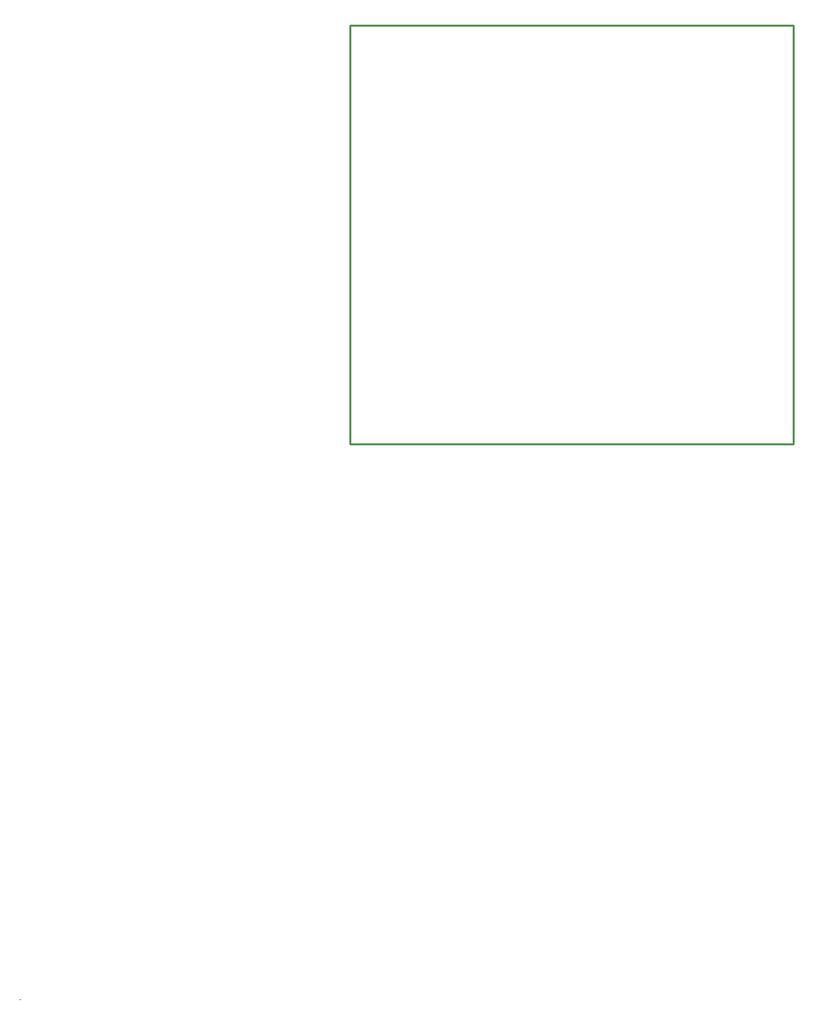
<source format=gm1>
G04*
G04 #@! TF.GenerationSoftware,Altium Limited,Altium Designer,19.1.6 (110)*
G04*
G04 Layer_Color=16711935*
%FSLAX23Y23*%
%MOIN*%
G70*
G01*
G75*
%ADD10C,0.010*%
%ADD25C,0.001*%
%ADD26C,0.001*%
D10*
X1653Y2785D02*
X3870D01*
X1653Y4879D02*
X1653Y2785D01*
X1653Y4879D02*
X3871D01*
X3870Y2785D02*
X3871Y4879D01*
D25*
X2Y8D02*
D03*
X3Y8D02*
D03*
X3Y9D02*
D03*
X2Y8D02*
D03*
D26*
X3Y9D02*
X3Y9D01*
X2Y9D02*
X2D01*
X2Y9D01*
Y9D02*
Y9D01*
X2Y9D02*
X2D01*
X2D02*
Y9D01*
X2Y9D02*
X2Y9D01*
X2Y9D02*
X2D01*
X2Y9D02*
X2Y9D01*
X2Y8D02*
Y9D01*
Y8D02*
X2Y8D01*
X2D01*
Y9D01*
X2D02*
X2D01*
X2Y9D02*
X2Y9D01*
X2Y9D02*
Y9D01*
X2Y9D01*
X2D01*
X2Y9D01*
Y9D02*
Y9D01*
X2Y9D02*
X2Y9D01*
X2Y9D02*
X2D01*
X2Y8D02*
Y9D01*
Y8D02*
X2D01*
X2Y8D01*
Y8D01*
X2D01*
Y8D02*
Y8D01*
X2Y8D02*
X2Y8D01*
X2Y8D02*
X2D01*
X2Y8D02*
Y8D01*
Y8D02*
X2Y8D01*
X2D01*
X2Y8D01*
Y9D01*
X2D02*
X2D01*
X2Y9D02*
X2Y9D01*
X2Y9D02*
Y9D01*
X2Y9D01*
X2D01*
X2Y9D01*
X2Y9D01*
X2Y9D02*
X2Y9D01*
X2Y9D02*
X2D01*
X2Y8D02*
X2Y9D01*
X2Y8D02*
X2Y8D01*
X2Y8D02*
X2Y8D01*
X2Y8D02*
X2Y8D01*
X2Y8D02*
X2D01*
X2Y8D02*
X2Y8D01*
X2Y8D02*
X2Y8D01*
X2Y8D02*
X2Y8D01*
X2Y8D02*
X2Y8D01*
X2Y8D02*
X2Y8D01*
X2Y8D02*
X2Y8D01*
X2Y8D02*
X2D01*
X2Y8D02*
Y8D01*
X2Y8D02*
X2Y8D01*
X2Y8D02*
X2Y8D01*
X2D02*
X2D01*
X2D02*
X2Y8D01*
X2D02*
X2D01*
X2Y8D02*
Y8D01*
X2Y8D02*
X2D01*
X2Y8D02*
Y8D01*
X2Y8D02*
X2D01*
X2Y8D02*
Y8D01*
Y8D02*
X2D01*
Y8D02*
Y8D01*
Y8D02*
X2D01*
Y8D01*
X2Y8D01*
X2Y8D01*
X2D01*
Y8D01*
X2D01*
X2Y8D01*
X2Y8D01*
X2Y8D01*
X2Y8D01*
X2Y8D01*
X2Y8D01*
X2Y8D02*
X2Y8D01*
X2Y8D01*
X2Y8D01*
X2Y8D01*
X2D01*
X2Y8D01*
X2Y8D01*
X2Y8D01*
X2Y8D01*
Y8D01*
X2Y8D01*
X3Y8D01*
X3Y8D01*
X3Y8D01*
X3Y8D01*
X3Y8D01*
X3Y8D01*
X3Y8D01*
X3Y8D01*
Y8D02*
Y8D01*
Y8D02*
X3Y8D01*
X3D01*
X3Y8D01*
X3Y8D01*
X3Y8D01*
X3D01*
X3Y8D01*
X3D01*
X3Y8D01*
X3Y8D01*
X3D01*
X3Y8D01*
X3D01*
Y8D02*
Y8D01*
Y8D02*
X3D01*
X3Y8D01*
X3Y8D01*
X3Y8D01*
X3Y8D01*
X3Y8D01*
X3Y8D02*
X3Y8D01*
X3Y8D01*
X3Y8D01*
X3Y8D01*
X3Y8D01*
Y8D01*
X3Y8D01*
X3Y8D01*
X3Y8D01*
X3Y8D01*
X3Y8D01*
X3D01*
X3Y8D01*
X3Y8D01*
X3Y8D01*
X3Y8D01*
Y8D01*
X3Y8D01*
X3Y8D01*
X3Y8D01*
Y8D01*
X3D02*
X3D01*
X3D02*
Y8D01*
X3D02*
X3D01*
X3D02*
Y9D01*
X3D02*
X3D01*
X3D02*
Y9D01*
X3Y9D02*
X3Y9D01*
X3Y9D02*
X3Y9D01*
X3Y9D02*
X3Y9D01*
X3Y9D02*
X3Y9D01*
X3Y9D02*
X3Y9D01*
X3Y9D02*
Y9D01*
X3D02*
X3D01*
X3Y9D02*
X3Y9D01*
X3Y9D02*
Y9D01*
X3Y9D02*
X3Y9D01*
X3Y9D02*
X3Y9D01*
X3Y9D02*
X3Y9D01*
X3Y9D02*
X3Y9D01*
X3Y9D02*
X3Y9D01*
X3Y9D02*
X3Y9D01*
X3Y9D02*
X3Y9D01*
X3Y9D02*
X3Y9D01*
X3Y9D02*
X3Y9D01*
X3Y9D02*
X3D01*
X3D02*
Y9D01*
X3D02*
X3D01*
X3D02*
Y9D01*
X3D02*
X3D01*
X3D02*
Y9D01*
X3D02*
X3D01*
X3D02*
Y9D01*
X3D02*
X3D01*
X3D02*
Y9D01*
X3D02*
X3D01*
X3D02*
Y9D01*
X3D02*
X3D01*
X3D02*
Y9D01*
X3D02*
X3D01*
X3D02*
Y9D01*
X3D02*
X3D01*
X3D02*
Y9D01*
X3D02*
X3D01*
X3Y9D02*
X3Y9D01*
X3Y9D02*
X3D01*
X3Y9D02*
X3Y9D01*
X3Y9D02*
X3Y9D01*
X3Y9D02*
Y9D01*
X3Y9D02*
X3Y9D01*
X3Y9D02*
X3Y9D01*
X3Y9D02*
X3Y9D01*
X3Y9D02*
X3Y9D01*
X3Y9D02*
X3Y9D01*
X3Y9D02*
X3Y9D01*
X3Y9D02*
X3Y9D01*
X3Y9D02*
X3Y9D01*
X3Y9D02*
X3Y9D01*
X3Y9D02*
X3Y9D01*
X3Y9D02*
X3Y9D01*
X3Y9D02*
X3Y9D01*
X2Y9D02*
X3Y9D01*
X2Y9D02*
X2Y9D01*
X2Y9D02*
X2D01*
X2Y9D02*
X2Y9D01*
X2Y9D02*
X2Y9D01*
X2Y9D02*
X2Y9D01*
X2Y9D02*
X2Y9D01*
X2Y9D02*
X2Y9D01*
X2Y9D02*
X2Y9D01*
X2Y9D02*
X2Y9D01*
X2Y9D02*
X2D01*
X2D02*
Y9D01*
X2D02*
X2D01*
X2Y9D02*
Y9D01*
X2Y9D02*
X2D01*
X2Y9D02*
X2Y9D01*
X2Y9D02*
X2D01*
X2Y9D02*
X2Y9D01*
X2Y9D02*
X2D01*
X2Y9D02*
X2Y9D01*
X2Y9D02*
X2Y9D01*
X2Y9D02*
X2D01*
X2Y9D02*
X2Y9D01*
X2Y9D02*
X2Y9D01*
X2Y9D02*
X2Y9D01*
X2Y9D02*
X2Y9D01*
X2Y9D02*
X2Y9D01*
X2Y9D02*
X2Y9D01*
X2Y9D02*
X2D01*
X2Y9D02*
X2Y9D01*
X2Y9D02*
X2D01*
X2Y9D02*
X2Y9D01*
X2Y9D02*
X2Y9D01*
X2Y9D02*
X2Y9D01*
X2Y9D02*
X2Y9D01*
X2Y9D02*
X2Y9D01*
X2Y9D02*
X2Y9D01*
X3Y8D02*
X3Y8D01*
X3Y8D02*
X3Y8D01*
X3Y8D02*
Y8D01*
X3D01*
Y8D01*
X3Y8D01*
X3Y8D01*
X3Y8D01*
X3Y8D01*
X3Y8D01*
X3Y8D01*
X3Y9D01*
X3Y9D01*
X3Y9D02*
X3Y9D01*
X3D01*
X3Y9D01*
X3Y9D02*
X3Y9D01*
X3Y9D02*
X3Y9D01*
X3Y9D02*
X3Y9D01*
X3Y8D02*
X3Y9D01*
X3Y8D02*
X3Y8D01*
X3Y8D02*
X3Y8D01*
X3Y8D02*
Y8D01*
X3Y8D02*
X3Y8D01*
X3Y8D02*
X3Y8D01*
X3Y8D02*
X3D01*
X3Y8D02*
Y8D01*
X3Y8D02*
X3D01*
X3D02*
X3Y8D01*
X3D02*
X3D01*
X3Y8D02*
Y8D01*
X3Y8D02*
X3Y8D01*
X3Y8D02*
X3D01*
X3Y8D02*
X3Y8D01*
X3Y8D02*
X3Y8D01*
X3Y8D02*
Y8D01*
X3Y8D02*
X3Y8D01*
X1Y8D02*
X1D01*
X1Y8D01*
X1D01*
X1Y8D01*
X1Y8D01*
X1Y8D01*
X1Y8D01*
Y8D01*
X1Y8D01*
X1Y8D01*
Y8D01*
X1Y8D01*
Y8D01*
X1Y8D01*
Y8D01*
X1Y8D01*
Y8D01*
X1D01*
Y8D01*
X1D01*
Y8D01*
X1D01*
Y8D01*
X1D01*
Y8D01*
X1D01*
Y8D01*
X1D01*
Y8D01*
X1D01*
Y8D01*
X1D01*
Y8D01*
X1D01*
Y8D01*
X1D01*
Y8D01*
X1D01*
Y8D01*
X1D01*
Y8D01*
X1D01*
Y8D01*
X1D01*
Y8D01*
X1D01*
Y8D02*
Y8D01*
Y8D02*
X1D01*
Y8D02*
Y8D01*
Y8D02*
X1D01*
Y8D02*
Y8D01*
Y8D02*
X1D01*
Y8D02*
Y8D01*
Y8D02*
X1Y8D01*
Y8D02*
Y8D01*
Y8D02*
X1D01*
Y8D02*
Y8D01*
Y8D02*
X1D01*
Y8D02*
Y8D01*
Y8D02*
X1D01*
X1Y8D01*
X1D01*
Y8D02*
Y8D01*
Y8D02*
X1D01*
Y8D02*
Y8D01*
Y8D02*
X1D01*
X1Y8D01*
X1D01*
Y8D02*
Y8D01*
Y8D02*
X1Y8D01*
X1Y8D01*
X1D01*
Y8D02*
Y8D01*
Y8D02*
X1D01*
X1Y8D01*
X1Y8D01*
Y8D02*
Y8D01*
Y8D02*
X2D01*
Y8D02*
Y8D01*
Y8D02*
X2D01*
Y8D01*
X2D01*
Y8D01*
X2D01*
Y8D01*
X2D01*
Y8D01*
X2Y8D02*
X2D01*
X2Y8D01*
X2D01*
Y8D01*
X2D01*
X2Y8D01*
X2Y8D01*
X2Y8D01*
X2Y8D01*
X2D01*
X2Y8D01*
X2Y8D01*
X2D01*
X2Y8D01*
X2Y8D01*
X2D01*
Y8D01*
X2Y8D02*
X2Y8D01*
X2Y8D02*
X2Y8D01*
X2Y8D02*
Y8D01*
X2D02*
X2D01*
X1Y8D02*
X2Y8D01*
X1Y8D02*
Y9D01*
X1D02*
X1D01*
X1Y9D02*
X1Y9D01*
X1Y9D02*
X1Y9D01*
X1Y9D02*
X1D01*
X1Y9D02*
X1Y9D01*
X1Y9D02*
X1D01*
X1Y9D02*
X1Y9D01*
X1Y9D02*
X1Y9D01*
X1Y9D02*
X1Y9D01*
X1Y9D02*
X1Y9D01*
X1Y9D02*
X1Y9D01*
X1Y9D02*
X1Y9D01*
X1Y9D02*
X1Y9D01*
X1Y9D02*
X1Y9D01*
X1Y9D02*
X1Y9D01*
X1Y9D02*
X1D01*
X1Y9D02*
X1Y9D01*
X1Y9D02*
X1Y9D01*
X1Y9D02*
X1Y9D01*
X1Y9D02*
X1Y9D01*
X1Y9D02*
Y9D01*
X1Y9D02*
X1D01*
X1Y9D02*
Y9D01*
X1Y9D02*
X1D01*
X1Y9D02*
Y9D01*
X1Y9D02*
X1D01*
X1Y9D02*
Y9D01*
Y9D02*
X1D01*
X1Y9D02*
X1Y9D01*
X1Y9D02*
X1D01*
Y9D02*
Y9D01*
Y9D02*
X1Y9D01*
Y9D02*
Y9D01*
Y9D02*
X1D01*
Y9D02*
Y9D01*
Y9D02*
X1D01*
Y9D02*
Y9D01*
Y9D02*
X1D01*
Y9D02*
Y9D01*
Y9D02*
X1D01*
Y9D02*
Y9D01*
Y9D02*
X1D01*
Y9D02*
Y9D01*
Y9D02*
X1D01*
Y9D02*
Y9D01*
Y9D02*
X1D01*
Y9D02*
Y9D01*
Y9D02*
X1D01*
Y8D02*
Y9D01*
X1Y8D02*
X1D01*
X1Y8D02*
Y8D01*
X1Y8D02*
X1D01*
X1Y8D02*
Y8D01*
X1Y8D02*
X1D01*
X1Y8D02*
Y8D01*
X1Y8D02*
X1D01*
X1Y8D02*
Y8D01*
Y8D02*
X1D01*
Y8D02*
Y8D01*
Y8D02*
X1D01*
Y8D02*
Y8D01*
X1Y8D02*
X1D01*
X1Y8D02*
Y8D01*
X1Y8D02*
X1D01*
X1Y8D02*
Y8D01*
X1Y8D02*
X1D01*
X1Y8D02*
Y8D01*
X1Y8D02*
X1D01*
X1D02*
X1Y8D01*
X1D02*
X1D01*
X1Y8D02*
X1Y8D01*
X1Y8D02*
X1D01*
X1Y8D02*
Y8D01*
X1Y8D02*
X1D01*
X1Y8D02*
Y8D01*
X1Y8D02*
X1D01*
X1Y8D02*
Y8D01*
X1Y8D02*
X1D01*
X1Y8D02*
Y8D01*
X1Y8D02*
X1D01*
X1D02*
X1Y8D01*
X1D02*
X1D01*
X1Y8D02*
Y8D01*
X1Y8D02*
X1D01*
X1Y8D02*
Y8D01*
X1Y8D02*
X1D01*
X1Y8D02*
Y8D01*
X1Y8D02*
X1D01*
X1Y8D02*
Y8D01*
X1Y8D02*
X1D01*
X1Y8D02*
Y8D01*
X1Y8D02*
X1D01*
X1Y8D02*
Y8D01*
X1Y8D02*
X1D01*
X1Y8D02*
Y8D01*
X1Y8D02*
X1D01*
X1Y8D02*
Y8D01*
X1Y8D02*
X1D01*
X1Y8D02*
Y8D01*
X1Y8D02*
X1D01*
X1Y8D02*
Y8D01*
X1Y8D02*
X1D01*
X1Y8D02*
Y8D01*
X1Y8D02*
X1D01*
X1Y8D02*
Y8D01*
X1Y8D02*
X1D01*
X1Y8D02*
Y8D01*
X1Y8D02*
X1D01*
X1Y8D02*
Y8D01*
X1Y8D02*
X1Y8D01*
X1Y8D02*
Y8D01*
X1Y8D02*
X1D01*
X1Y8D02*
Y8D01*
X1Y8D02*
X1D01*
X1Y8D02*
Y8D01*
X1Y8D02*
X1Y8D01*
X1Y8D02*
Y8D01*
X1Y8D02*
X1D01*
X1Y8D02*
Y8D01*
X1Y8D02*
X1D01*
X1Y8D02*
Y8D01*
X1Y8D02*
X1D01*
X1Y8D02*
X1Y8D01*
X1Y8D02*
Y8D01*
X1Y8D02*
X1D01*
X1Y8D02*
Y8D01*
X1Y8D02*
X1Y8D01*
X1Y8D02*
X1Y8D01*
X1Y8D02*
X1Y8D01*
X1Y8D02*
X1Y8D01*
X1Y8D02*
X1Y8D01*
X1Y8D02*
X1Y8D01*
X1Y8D02*
X1Y8D01*
X1Y8D02*
X1Y8D01*
X1Y8D02*
Y8D01*
Y8D02*
X1Y8D01*
X1Y8D01*
X1Y8D01*
X1Y8D01*
X1Y8D01*
X1Y8D01*
X1Y8D01*
X1Y8D01*
X1Y8D01*
X1Y8D01*
X1Y8D01*
X1Y7D02*
X1D01*
Y7D01*
X1D01*
X1D01*
Y7D01*
X1D02*
X1D01*
X1Y7D01*
Y7D01*
X1Y7D01*
X1D01*
X1Y7D01*
Y7D01*
X1Y7D01*
X1Y7D02*
Y7D01*
Y7D01*
X1Y7D01*
X1Y7D01*
X1D01*
X2Y7D02*
X2D01*
X2D01*
Y7D01*
X2D01*
X2D01*
X2D02*
Y7D01*
X2D01*
X2Y7D01*
Y7D01*
X2D02*
X2D01*
X2Y7D01*
X2Y7D01*
X2D01*
X2Y7D01*
X2Y7D01*
X2D01*
X2Y7D02*
Y7D01*
X2D01*
X2D01*
X2D01*
Y7D01*
X2Y7D01*
X2Y7D02*
Y7D01*
Y7D01*
X2Y7D01*
X2Y7D01*
X2D01*
X3D02*
Y7D01*
X3Y7D01*
X3D01*
Y7D01*
X3D02*
X3D01*
X3Y7D01*
Y7D01*
X3Y7D01*
X3D01*
X3Y7D02*
Y7D01*
X3D01*
X3D01*
X3D01*
Y7D01*
X3Y7D01*
X3D02*
X3D01*
X3D01*
Y7D01*
X3D01*
X3Y7D02*
X3D01*
X3Y7D01*
Y7D01*
X3Y7D01*
X3D01*
X3Y7D01*
Y7D01*
X3Y7D01*
X3D02*
Y7D01*
X4D01*
X4Y7D01*
Y7D01*
X4Y7D02*
X4D01*
X4Y7D01*
Y7D01*
X4D01*
X4Y7D01*
X4Y7D01*
X4D01*
X4Y7D02*
X4D01*
X4D01*
Y7D01*
X4D01*
X4D02*
Y7D01*
X4Y7D01*
X4D01*
X4Y7D01*
Y7D01*
X4Y7D02*
X4D01*
X4Y7D01*
X4Y7D01*
X4D01*
X4Y7D01*
X4Y7D01*
X4D01*
X5Y7D02*
X5D01*
X5Y7D01*
Y7D01*
X5Y7D01*
X5D01*
X5Y7D01*
Y7D01*
X5D01*
X5Y7D02*
X5D01*
X5Y7D01*
Y7D01*
X5Y7D01*
X5D01*
X5Y7D01*
Y7D01*
X5Y7D01*
X5Y7D02*
Y7D01*
X5D01*
X5Y7D01*
Y7D01*
X5D02*
X5D01*
X5D01*
Y7D01*
X5D01*
X5Y7D02*
Y7D01*
X5Y7D01*
X6D01*
Y7D01*
X6Y7D01*
X6D01*
X6Y7D02*
Y7D01*
X6Y7D02*
Y7D01*
X6D01*
Y7D01*
X6D01*
X1Y8D02*
X1Y8D01*
X1D01*
X1Y8D01*
Y8D01*
X1Y8D01*
X1D01*
X1Y8D01*
Y8D01*
X1Y8D01*
X1D01*
X1Y8D01*
X1Y8D02*
X1D01*
X1Y8D01*
Y8D01*
X1Y8D01*
X1D01*
X1Y8D01*
Y8D01*
X1Y8D01*
X1D02*
Y8D01*
X1D01*
X1Y8D02*
X2D01*
X1D01*
Y8D01*
X1D01*
X2D01*
X2Y8D02*
Y8D01*
X2D01*
X2Y8D01*
Y8D01*
X2Y8D01*
X2D01*
X2D02*
Y8D01*
X2Y8D01*
X2Y8D01*
Y8D01*
X2D02*
X2D01*
X2Y8D01*
Y8D01*
X2Y8D01*
X2D01*
X2Y8D01*
Y8D01*
X2Y8D01*
X2Y8D02*
Y8D01*
X2D01*
X2Y8D01*
Y8D01*
X2Y8D01*
X2D01*
X2D02*
X2Y8D01*
X2Y8D02*
Y8D01*
Y8D01*
X3Y8D01*
X2Y8D01*
X3Y8D01*
X3Y8D02*
X3Y8D01*
X3D01*
X3Y8D01*
Y8D01*
X3Y8D01*
X3D01*
X3Y8D01*
Y8D01*
X3Y8D01*
X3D01*
X3Y8D01*
X3Y8D02*
X3D01*
Y8D01*
X3D01*
X3Y8D02*
X3D01*
X3Y8D02*
Y8D01*
X3D01*
X3Y8D01*
Y8D01*
X3Y8D01*
X3D01*
X3D02*
Y8D01*
X3Y8D01*
X3D01*
Y8D01*
X4D02*
X4D01*
X4Y8D01*
Y8D01*
X4Y8D01*
X4D01*
X4Y8D02*
X4D01*
X4Y8D01*
Y8D01*
X4D01*
X4Y8D01*
X4Y8D01*
X4D01*
X4Y8D02*
Y8D01*
X4D01*
X4D01*
X4D01*
Y8D01*
X4Y8D01*
X4D02*
X4D01*
X4D01*
Y8D01*
X4D01*
X4Y8D02*
X4D01*
X4Y8D01*
Y8D01*
X4Y8D01*
X4D01*
X4Y8D01*
Y8D01*
X4Y8D01*
X4D02*
Y8D01*
X5D01*
X5Y8D01*
Y8D01*
X5Y8D02*
X5D01*
X5Y8D01*
Y8D01*
X5D01*
X5Y8D01*
X5Y8D01*
X5D01*
X5Y8D02*
X5D01*
X5D01*
Y8D01*
X5D01*
X5Y8D02*
Y8D01*
X5D01*
X5Y8D01*
Y8D01*
X5Y8D01*
X5D01*
X5Y8D02*
Y8D01*
Y8D01*
X5Y8D01*
X5Y8D01*
X5D01*
X6Y8D02*
X6D01*
X6Y8D01*
Y8D01*
X6Y8D01*
X6D01*
X6Y8D01*
Y8D01*
X6Y8D01*
X6Y8D02*
Y8D01*
X6D01*
X6Y8D01*
Y8D01*
X6Y8D01*
X6D01*
X6D02*
Y8D01*
X6Y8D01*
X6D01*
Y8D01*
X6D02*
X6D01*
X6Y8D01*
Y8D01*
X6Y8D01*
X6D01*
X6Y8D02*
Y8D01*
X6D01*
X6D01*
X6D01*
Y8D01*
X6Y8D01*
X6D02*
Y8D01*
X6D01*
Y8D01*
X6D01*
M02*

</source>
